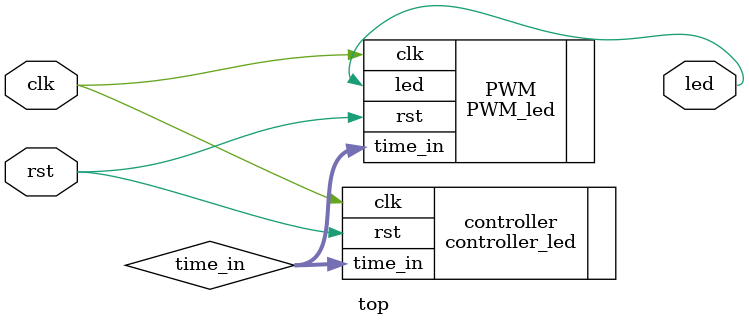
<source format=v>
module top(
    input   clk   ,
    input   rst   ,
	output 	led
    );
    
	wire [7:0] time_in;
    
	controller_led controller(
	.clk		(clk),
	.rst		(rst),
	.time_in	(time_in) 
    );
	
	PWM_led	PWM(
	.clk		(clk),		// 100MHz  original  10ns
	.rst		(rst),
	.time_in	(time_in),	
	.led		(led)
);
endmodule

</source>
